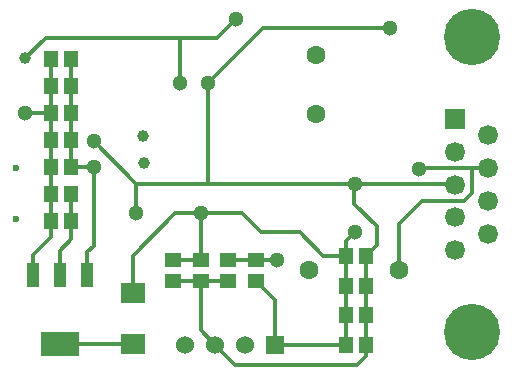
<source format=gbl>
G04 Layer_Physical_Order=2*
G04 Layer_Color=66047*
%FSLAX25Y25*%
%MOIN*%
G70*
G01*
G75*
%ADD11R,0.05315X0.04528*%
%ADD12R,0.04528X0.05315*%
%ADD18C,0.01181*%
%ADD19C,0.06299*%
%ADD20C,0.03937*%
%ADD21C,0.06653*%
%ADD22R,0.06653X0.06653*%
%ADD23C,0.18740*%
%ADD24C,0.06000*%
%ADD25R,0.06000X0.06000*%
%ADD26C,0.02362*%
%ADD27C,0.05118*%
%ADD28R,0.03937X0.08465*%
%ADD29R,0.12795X0.08465*%
%ADD30R,0.07874X0.06693*%
D11*
X236122Y182283D02*
D03*
Y175394D02*
D03*
X245407Y182283D02*
D03*
Y175394D02*
D03*
X254692D02*
D03*
Y182283D02*
D03*
X263976Y175394D02*
D03*
Y182283D02*
D03*
D12*
X202362Y249213D02*
D03*
X195473D02*
D03*
X202362Y240223D02*
D03*
X195473D02*
D03*
X202362Y231234D02*
D03*
X195473D02*
D03*
X202362Y222244D02*
D03*
X195473D02*
D03*
X202362Y213255D02*
D03*
X195473D02*
D03*
X202362Y204265D02*
D03*
X195473D02*
D03*
X202362Y195276D02*
D03*
X195473D02*
D03*
X293799Y154035D02*
D03*
X300689D02*
D03*
X293799Y164075D02*
D03*
X300689D02*
D03*
X293799Y173524D02*
D03*
X300689D02*
D03*
X293799Y183661D02*
D03*
X300689D02*
D03*
D18*
X296673Y207579D02*
Y207658D01*
Y201161D02*
Y207579D01*
X193734Y231201D02*
X194619Y232087D01*
X250335Y153937D02*
X257028Y147244D01*
X297539D01*
X300689Y150394D01*
Y154035D01*
X270335Y153937D02*
X270433Y154035D01*
X293799D01*
X259154Y197835D02*
X265453Y191535D01*
X245571Y197835D02*
X259154D01*
X237008D02*
X245571D01*
X300689Y173524D02*
Y183661D01*
Y164075D02*
Y173524D01*
Y154035D02*
Y164075D01*
X293799Y173524D02*
Y183661D01*
Y164075D02*
Y173524D01*
Y154035D02*
Y164075D01*
X222736Y154429D02*
X222736Y154429D01*
X198524Y154429D02*
X222736D01*
X263976Y182283D02*
X270768D01*
X254692D02*
X263976D01*
X236122D02*
X245407D01*
Y197671D01*
X245571Y197835D01*
X263976Y175394D02*
X270335Y169035D01*
Y153937D02*
Y169035D01*
X236122Y175394D02*
X245407D01*
X254692D01*
X245407Y158865D02*
Y175394D01*
Y158865D02*
X250335Y153937D01*
X222736Y183563D02*
X237008Y197835D01*
X222736Y171358D02*
Y183563D01*
X207579Y177461D02*
Y184941D01*
X209744Y187106D02*
Y213287D01*
X207579Y184941D02*
X209744Y187106D01*
X195473Y213255D02*
Y222244D01*
Y231234D01*
Y240223D01*
Y249213D01*
X202395Y213287D02*
X209744D01*
X202362Y213255D02*
X202395Y213287D01*
X202362Y213255D02*
Y222244D01*
Y231234D01*
Y240223D01*
Y249213D01*
Y195276D02*
Y204265D01*
Y189272D02*
Y195276D01*
X198524Y185433D02*
X202362Y189272D01*
X198524Y177461D02*
Y185433D01*
X247736Y207756D02*
Y241240D01*
X247638Y207658D02*
X247736Y207756D01*
X224016Y197933D02*
Y207658D01*
X247638D01*
X224016D02*
Y207677D01*
X209744Y221949D02*
X224016Y207677D01*
X318307Y212795D02*
X318445Y212933D01*
X266043Y259547D02*
X308661D01*
X247736Y241240D02*
X266043Y259547D01*
X311555Y178839D02*
Y194232D01*
X319291Y201969D01*
X333268D01*
X336024Y204724D01*
X318445Y212933D02*
X336024D01*
X195473Y204265D02*
Y213255D01*
Y195276D02*
Y204265D01*
X250886Y256496D02*
X257185Y262795D01*
X186909Y249508D02*
X193898Y256496D01*
X238484Y241240D02*
Y256496D01*
X193898D02*
X238484D01*
X250886D01*
X330039Y207579D02*
X330138Y207480D01*
X194619Y232087D02*
X195473Y231234D01*
X187008Y231201D02*
X193734D01*
X186909Y231299D02*
X187008Y231201D01*
X195473Y190157D02*
Y195276D01*
X189469Y184153D02*
X195473Y190157D01*
X189469Y177461D02*
Y184153D01*
X195473Y249213D02*
X195492D01*
X247638Y207658D02*
X296595D01*
X296673Y207579D01*
X296752D01*
X330039D01*
X336024Y212933D02*
X341319D01*
X336024Y204724D02*
Y212933D01*
X300689Y183661D02*
X304232Y187205D01*
Y193602D01*
X296673Y201161D02*
X304232Y193602D01*
X265453Y191535D02*
X278445D01*
X286319Y183661D01*
X293799D01*
Y188583D01*
X296752Y191535D01*
D19*
X281555Y178839D02*
D03*
X311555D02*
D03*
X283858Y250590D02*
D03*
Y230906D02*
D03*
D20*
X186909Y249508D02*
D03*
X226378Y214764D02*
D03*
X226279Y223524D02*
D03*
D21*
X330138Y185669D02*
D03*
X341319Y191122D02*
D03*
X330138Y196575D02*
D03*
X341319Y202028D02*
D03*
X330138Y207480D02*
D03*
X341319Y212933D02*
D03*
X330138Y218386D02*
D03*
X341319Y223839D02*
D03*
D22*
X330138Y229291D02*
D03*
D23*
X335728Y256673D02*
D03*
Y158287D02*
D03*
D24*
X250335Y153937D02*
D03*
X260335D02*
D03*
X240335D02*
D03*
D25*
X270335D02*
D03*
D26*
X183780Y195839D02*
D03*
Y213161D02*
D03*
D27*
X224016Y197933D02*
D03*
X296752Y191535D02*
D03*
X245571Y197835D02*
D03*
X270768Y182283D02*
D03*
X209744Y213287D02*
D03*
X247736Y241240D02*
D03*
X209744Y221949D02*
D03*
X296752Y207579D02*
D03*
X318307Y212795D02*
D03*
X308661Y259547D02*
D03*
X257185Y262795D02*
D03*
X238484Y241240D02*
D03*
X186909Y231299D02*
D03*
D28*
X189469Y177461D02*
D03*
X198524D02*
D03*
X207579D02*
D03*
D29*
X198524Y154429D02*
D03*
D30*
X222736Y171358D02*
D03*
Y154429D02*
D03*
M02*

</source>
